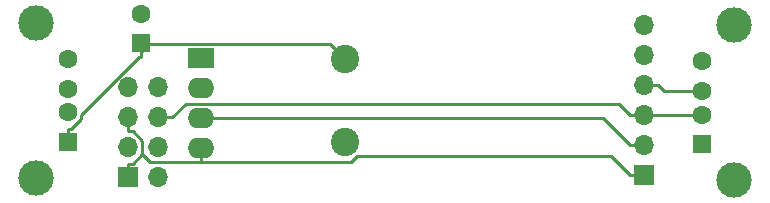
<source format=gbr>
%TF.GenerationSoftware,KiCad,Pcbnew,(5.1.12)-1*%
%TF.CreationDate,2022-10-21T23:10:11+02:00*%
%TF.ProjectId,smart-temp-allinone,736d6172-742d-4746-956d-702d616c6c69,rev?*%
%TF.SameCoordinates,Original*%
%TF.FileFunction,Copper,L1,Top*%
%TF.FilePolarity,Positive*%
%FSLAX46Y46*%
G04 Gerber Fmt 4.6, Leading zero omitted, Abs format (unit mm)*
G04 Created by KiCad (PCBNEW (5.1.12)-1) date 2022-10-21 23:10:11*
%MOMM*%
%LPD*%
G01*
G04 APERTURE LIST*
%TA.AperFunction,ComponentPad*%
%ADD10O,1.700000X1.700000*%
%TD*%
%TA.AperFunction,ComponentPad*%
%ADD11R,1.700000X1.700000*%
%TD*%
%TA.AperFunction,ComponentPad*%
%ADD12C,2.400000*%
%TD*%
%TA.AperFunction,ComponentPad*%
%ADD13R,1.600000X1.600000*%
%TD*%
%TA.AperFunction,ComponentPad*%
%ADD14C,1.600000*%
%TD*%
%TA.AperFunction,ComponentPad*%
%ADD15O,2.250000X1.750000*%
%TD*%
%TA.AperFunction,ComponentPad*%
%ADD16R,2.250000X1.750000*%
%TD*%
%TA.AperFunction,ComponentPad*%
%ADD17C,3.000000*%
%TD*%
%TA.AperFunction,ComponentPad*%
%ADD18R,1.500000X1.600000*%
%TD*%
%TA.AperFunction,Conductor*%
%ADD19C,0.250000*%
%TD*%
G04 APERTURE END LIST*
D10*
%TO.P,J4,6*%
%TO.N,Net-(J4-Pad6)*%
X128206000Y-80010000D03*
%TO.P,J4,5*%
%TO.N,Net-(J4-Pad5)*%
X128206000Y-82550000D03*
%TO.P,J4,4*%
%TO.N,Net-(J2-Pad4)*%
X128206000Y-85090000D03*
%TO.P,J4,3*%
%TO.N,Net-(J2-Pad6)*%
X128206000Y-87630000D03*
%TO.P,J4,2*%
%TO.N,GND2*%
X128206000Y-90170000D03*
D11*
%TO.P,J4,1*%
%TO.N,+3V3*%
X128206000Y-92710000D03*
%TD*%
D12*
%TO.P,L1,1*%
%TO.N,+5V*%
X102870000Y-82894000D03*
%TO.P,L1,2*%
%TO.N,Net-(L1-Pad2)*%
X102870000Y-89894000D03*
%TD*%
D13*
%TO.P,C1,1*%
%TO.N,+5V*%
X85598000Y-81534000D03*
D14*
%TO.P,C1,2*%
%TO.N,GND*%
X85598000Y-79034000D03*
%TD*%
D15*
%TO.P,PS1,4*%
%TO.N,+3V3*%
X90707700Y-90406500D03*
%TO.P,PS1,3*%
%TO.N,GND2*%
X90707700Y-87866500D03*
%TO.P,PS1,2*%
%TO.N,Net-(L1-Pad2)*%
X90707700Y-85326500D03*
D16*
%TO.P,PS1,1*%
%TO.N,GND*%
X90707700Y-82786500D03*
%TD*%
D11*
%TO.P,J2,1*%
%TO.N,+3V3*%
X84518500Y-92900500D03*
D10*
%TO.P,J2,2*%
%TO.N,Net-(J2-Pad2)*%
X87058500Y-92900500D03*
%TO.P,J2,3*%
%TO.N,Net-(J2-Pad3)*%
X84518500Y-90360500D03*
%TO.P,J2,4*%
%TO.N,Net-(J2-Pad4)*%
X87058500Y-90360500D03*
%TO.P,J2,5*%
%TO.N,+3V3*%
X84518500Y-87820500D03*
%TO.P,J2,6*%
%TO.N,Net-(J2-Pad6)*%
X87058500Y-87820500D03*
%TO.P,J2,7*%
%TO.N,Net-(J2-Pad7)*%
X84518500Y-85280500D03*
%TO.P,J2,8*%
%TO.N,GND2*%
X87058500Y-85280500D03*
%TD*%
D13*
%TO.P,J1,1*%
%TO.N,+5V*%
X79418000Y-89894000D03*
D14*
%TO.P,J1,2*%
%TO.N,Net-(J1-Pad2)*%
X79418000Y-87394000D03*
%TO.P,J1,3*%
%TO.N,Net-(J1-Pad3)*%
X79418000Y-85394000D03*
%TO.P,J1,4*%
%TO.N,GND*%
X79418000Y-82894000D03*
D17*
%TO.P,J1,5*%
%TO.N,Net-(J1-Pad5)*%
X76708000Y-92964000D03*
X76708000Y-79824000D03*
%TD*%
D14*
%TO.P,J3,4*%
%TO.N,GND2*%
X133096000Y-83080000D03*
%TO.P,J3,3*%
%TO.N,Net-(J2-Pad4)*%
X133096000Y-85580000D03*
%TO.P,J3,2*%
%TO.N,Net-(J2-Pad6)*%
X133096000Y-87580000D03*
D18*
%TO.P,J3,1*%
%TO.N,+3V3*%
X133096000Y-90080000D03*
D17*
%TO.P,J3,5*%
%TO.N,Net-(J3-Pad5)*%
X135806000Y-80010000D03*
X135806000Y-93150000D03*
%TD*%
D19*
%TO.N,Net-(J2-Pad4)*%
X128206000Y-85090000D02*
X129381100Y-85090000D01*
X133096000Y-85580000D02*
X129871100Y-85580000D01*
X129871100Y-85580000D02*
X129381100Y-85090000D01*
%TO.N,Net-(J2-Pad6)*%
X128206000Y-87630000D02*
X127030900Y-87630000D01*
X87058500Y-87820500D02*
X88233600Y-87820500D01*
X88233600Y-87820500D02*
X89392900Y-86661200D01*
X89392900Y-86661200D02*
X126062100Y-86661200D01*
X126062100Y-86661200D02*
X127030900Y-87630000D01*
X128206000Y-87630000D02*
X129381100Y-87630000D01*
X133096000Y-87580000D02*
X129431100Y-87580000D01*
X129431100Y-87580000D02*
X129381100Y-87630000D01*
%TO.N,GND2*%
X128206000Y-90170000D02*
X127030900Y-90170000D01*
X90707700Y-87866500D02*
X124727400Y-87866500D01*
X124727400Y-87866500D02*
X127030900Y-90170000D01*
%TO.N,+5V*%
X85598000Y-82235300D02*
X86247000Y-81586300D01*
X86247000Y-81586300D02*
X101562300Y-81586300D01*
X101562300Y-81586300D02*
X102870000Y-82894000D01*
X85598000Y-82235300D02*
X85598000Y-82659100D01*
X85598000Y-81534000D02*
X85598000Y-82235300D01*
X79418000Y-89894000D02*
X79418000Y-88768900D01*
X79418000Y-88768900D02*
X79699400Y-88768900D01*
X79699400Y-88768900D02*
X80543100Y-87925200D01*
X80543100Y-87925200D02*
X80543100Y-87573400D01*
X80543100Y-87573400D02*
X85457400Y-82659100D01*
X85457400Y-82659100D02*
X85598000Y-82659100D01*
%TO.N,+3V3*%
X85693600Y-90917600D02*
X84885800Y-91725400D01*
X84885800Y-91725400D02*
X84518500Y-91725400D01*
X84518500Y-88995600D02*
X84885700Y-88995600D01*
X84885700Y-88995600D02*
X85693600Y-89803500D01*
X85693600Y-89803500D02*
X85693600Y-90917600D01*
X85693600Y-90917600D02*
X86382600Y-91606600D01*
X86382600Y-91606600D02*
X90707700Y-91606600D01*
X84518500Y-92900500D02*
X84518500Y-91725400D01*
X84518500Y-87820500D02*
X84518500Y-88995600D01*
X90707700Y-90406500D02*
X90707700Y-91606600D01*
X128206000Y-92710000D02*
X127030900Y-92710000D01*
X127030900Y-92710000D02*
X125398000Y-91077100D01*
X125398000Y-91077100D02*
X103895500Y-91077100D01*
X103895500Y-91077100D02*
X103366000Y-91606600D01*
X103366000Y-91606600D02*
X90707700Y-91606600D01*
%TD*%
M02*

</source>
